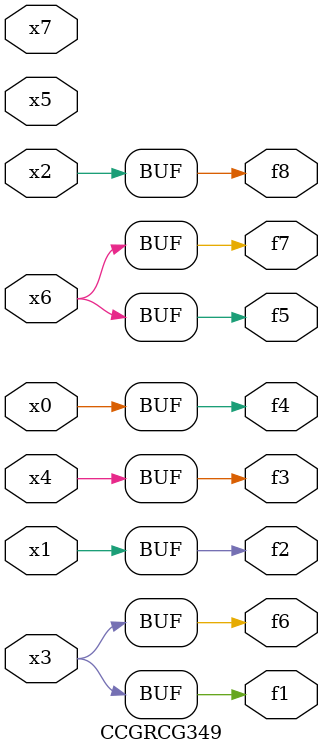
<source format=v>
module CCGRCG349(
	input x0, x1, x2, x3, x4, x5, x6, x7,
	output f1, f2, f3, f4, f5, f6, f7, f8
);
	assign f1 = x3;
	assign f2 = x1;
	assign f3 = x4;
	assign f4 = x0;
	assign f5 = x6;
	assign f6 = x3;
	assign f7 = x6;
	assign f8 = x2;
endmodule

</source>
